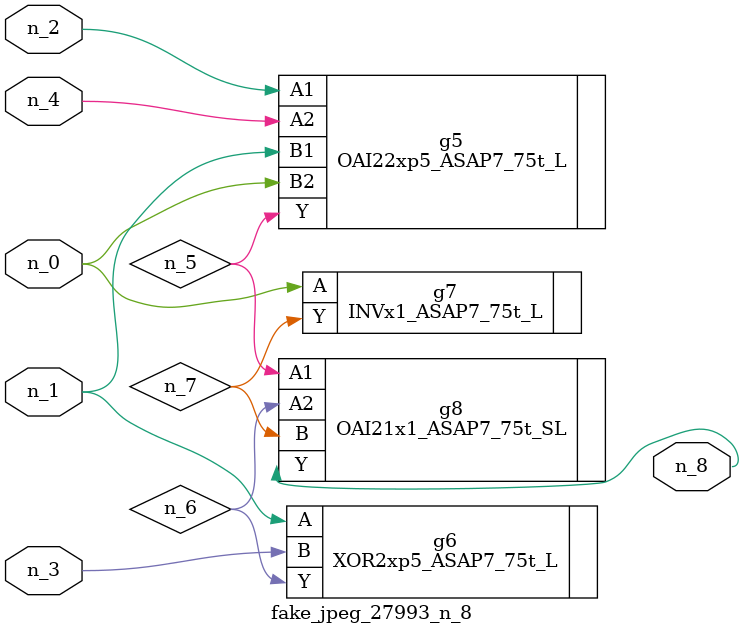
<source format=v>
module fake_jpeg_27993_n_8 (n_3, n_2, n_1, n_0, n_4, n_8);

input n_3;
input n_2;
input n_1;
input n_0;
input n_4;

output n_8;

wire n_6;
wire n_5;
wire n_7;

OAI22xp5_ASAP7_75t_L g5 ( 
.A1(n_2),
.A2(n_4),
.B1(n_1),
.B2(n_0),
.Y(n_5)
);

XOR2xp5_ASAP7_75t_L g6 ( 
.A(n_1),
.B(n_3),
.Y(n_6)
);

INVx1_ASAP7_75t_L g7 ( 
.A(n_0),
.Y(n_7)
);

OAI21x1_ASAP7_75t_SL g8 ( 
.A1(n_5),
.A2(n_6),
.B(n_7),
.Y(n_8)
);


endmodule
</source>
